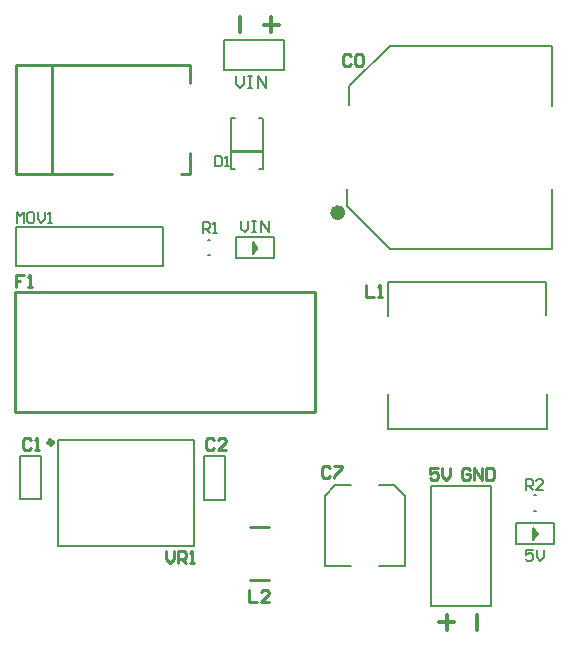
<source format=gto>
G04*
G04 #@! TF.GenerationSoftware,Altium Limited,Altium Designer,19.1.8 (144)*
G04*
G04 Layer_Color=65535*
%FSLAX25Y25*%
%MOIN*%
G70*
G01*
G75*
%ADD10C,0.02500*%
%ADD11C,0.01500*%
%ADD12C,0.00606*%
%ADD13C,0.00787*%
%ADD14C,0.00800*%
%ADD15C,0.00500*%
%ADD16C,0.00984*%
%ADD17C,0.01000*%
%ADD18C,0.01200*%
%ADD19C,0.00700*%
G36*
X75394Y163354D02*
Y162354D01*
X86109D01*
Y163354D01*
X75394D01*
D02*
G37*
D10*
X112200Y142400D02*
G03*
X112200Y142400I-1200J0D01*
G01*
D11*
X16003Y65768D02*
G03*
X16003Y65768I-700J0D01*
G01*
D12*
X114016Y144606D02*
Y150173D01*
X114764Y178173D02*
Y184488D01*
X128307Y198031D01*
X182516D01*
Y177890D02*
Y198031D01*
Y130315D02*
Y150173D01*
X128307Y130315D02*
X182516D01*
X114016Y144606D02*
X128307Y130315D01*
D13*
X180532Y108189D02*
Y119382D01*
X140134D02*
X149884D01*
X127839Y107882D02*
Y119382D01*
X137560D02*
X140134D01*
X127839Y70382D02*
Y81882D01*
Y119382D02*
X137560D01*
X127839Y70382D02*
X179134D01*
X149884Y119382D02*
X180532D01*
X73189Y189882D02*
Y199882D01*
X93189D01*
Y189882D02*
Y199882D01*
X73189Y189882D02*
X93189D01*
X106693Y24803D02*
X115354D01*
X106693D02*
X106693Y48031D01*
X110630Y51575D02*
X115354D01*
X124803D02*
X129528D01*
X133465Y24803D02*
Y48031D01*
X124803Y24803D02*
X133465Y24803D01*
X129528Y51575D02*
X129921D01*
X133465Y48031D01*
X110236Y51575D02*
X110630D01*
X106693Y48031D02*
X110236Y51575D01*
X176575Y43110D02*
X176969D01*
X176575Y48228D02*
X176969D01*
X67913Y128150D02*
X68307D01*
X67913Y133268D02*
X68307D01*
X142087Y11378D02*
Y51378D01*
Y11378D02*
X162087D01*
Y51378D01*
X142087D02*
X162087D01*
D14*
X180839Y70382D02*
Y81882D01*
X179134Y70382D02*
X180839D01*
X77189Y187881D02*
Y185215D01*
X78522Y183882D01*
X79855Y185215D01*
Y187881D01*
X81188D02*
X82521D01*
X81854D01*
Y183882D01*
X81188D01*
X82521D01*
X84520D02*
Y187881D01*
X87186Y183882D01*
Y187881D01*
X176088Y30077D02*
X173622D01*
Y28227D01*
X174855Y28844D01*
X175471D01*
X176088Y28227D01*
Y26994D01*
X175471Y26378D01*
X174239D01*
X173622Y26994D01*
X177321Y30077D02*
Y27611D01*
X178554Y26378D01*
X179787Y27611D01*
Y30077D01*
X78740Y139526D02*
Y137060D01*
X79973Y135827D01*
X81206Y137060D01*
Y139526D01*
X82439D02*
X83672D01*
X83055D01*
Y135827D01*
X82439D01*
X83672D01*
X85521D02*
Y139526D01*
X87987Y135827D01*
Y139526D01*
X4110Y139102D02*
Y142601D01*
X5277Y141435D01*
X6443Y142601D01*
Y139102D01*
X9358Y142601D02*
X8192D01*
X7609Y142018D01*
Y139685D01*
X8192Y139102D01*
X9358D01*
X9942Y139685D01*
Y142018D01*
X9358Y142601D01*
X11108D02*
Y140269D01*
X12274Y139102D01*
X13441Y140269D01*
Y142601D01*
X14607Y139102D02*
X15773D01*
X15190D01*
Y142601D01*
X14607Y142018D01*
D15*
X84709Y173819D02*
X85909D01*
X75590D02*
X76772D01*
X75590Y156854D02*
X76772D01*
X84709D02*
X85909D01*
X75394D02*
Y173799D01*
X86109Y156854D02*
Y173799D01*
X176065Y34433D02*
X176815D01*
X176065Y35433D02*
X176815Y34433D01*
X176065Y35433D02*
X177115Y34933D01*
X176065Y36433D02*
X177115Y34933D01*
X176065Y36433D02*
X177315Y35183D01*
X176065Y37433D02*
X177315Y35183D01*
X176065Y37433D02*
X177615Y35433D01*
X176815Y34433D02*
X177615Y35433D01*
X176065Y33433D02*
X176815Y34433D01*
X176065Y33433D02*
Y34433D01*
Y35433D01*
Y36433D01*
Y37433D01*
X170565Y38933D02*
X183115D01*
X170565Y31933D02*
Y38933D01*
Y31933D02*
X183115D01*
Y38933D01*
X82715Y129709D02*
X83465D01*
X82715Y130709D02*
X83465Y129709D01*
X82715Y130709D02*
X83765Y130209D01*
X82715Y131709D02*
X83765Y130209D01*
X82715Y131709D02*
X83965Y130459D01*
X82715Y132709D02*
X83965Y130459D01*
X82715Y132709D02*
X84265Y130709D01*
X83465Y129709D02*
X84265Y130709D01*
X82715Y128709D02*
X83465Y129709D01*
X82715Y128709D02*
Y129709D01*
Y130709D01*
Y131709D01*
Y132709D01*
X77215Y134209D02*
X89765D01*
X77215Y127209D02*
Y134209D01*
Y127209D02*
X89765D01*
Y134209D01*
X17756Y66732D02*
X63032D01*
Y31299D02*
Y66732D01*
X17756Y31299D02*
X63032D01*
X17756D02*
Y66732D01*
X66579Y61268D02*
X73579D01*
X66579Y46768D02*
X73579D01*
Y61268D01*
X66579Y46768D02*
Y61268D01*
X5000Y61400D02*
X12000D01*
X5000Y46900D02*
X12000D01*
Y61400D01*
X5000Y46900D02*
Y61400D01*
X52740Y124602D02*
Y137602D01*
X3740Y124602D02*
Y137602D01*
X52740D01*
X3740Y124602D02*
X52740D01*
D16*
X81890Y19842D02*
X88189D01*
X81890Y37638D02*
X88189D01*
D17*
X3937Y155315D02*
Y191732D01*
X61614D01*
X15748Y155315D02*
Y191732D01*
X3937Y155315D02*
X35630D01*
X58858D02*
X61614D01*
Y162401D01*
X61614Y185630D02*
Y191732D01*
X3457Y76063D02*
Y116063D01*
X103457Y76063D02*
Y116063D01*
X3457Y76063D02*
X103457D01*
X3457Y116063D02*
X103457D01*
X144463Y57273D02*
X141797D01*
Y55274D01*
X143130Y55940D01*
X143796D01*
X144463Y55274D01*
Y53941D01*
X143796Y53275D01*
X142463D01*
X141797Y53941D01*
X145796Y57273D02*
Y54607D01*
X147128Y53275D01*
X148461Y54607D01*
Y57273D01*
X155199Y56607D02*
X154532Y57273D01*
X153199D01*
X152533Y56607D01*
Y53941D01*
X153199Y53275D01*
X154532D01*
X155199Y53941D01*
Y55274D01*
X153866D01*
X156532Y53275D02*
Y57273D01*
X159197Y53275D01*
Y57273D01*
X160530D02*
Y53275D01*
X162530D01*
X163196Y53941D01*
Y56607D01*
X162530Y57273D01*
X160530D01*
X120339Y118381D02*
Y114382D01*
X123004D01*
X124337D02*
X125670D01*
X125004D01*
Y118381D01*
X124337Y117714D01*
X108571Y57269D02*
X107905Y57936D01*
X106572D01*
X105905Y57269D01*
Y54603D01*
X106572Y53937D01*
X107905D01*
X108571Y54603D01*
X109904Y57936D02*
X112570D01*
Y57269D01*
X109904Y54603D01*
Y53937D01*
X53937Y29589D02*
Y26923D01*
X55270Y25591D01*
X56603Y26923D01*
Y29589D01*
X57936Y25591D02*
Y29589D01*
X59935D01*
X60602Y28923D01*
Y27590D01*
X59935Y26923D01*
X57936D01*
X59269D02*
X60602Y25591D01*
X61934D02*
X63267D01*
X62601D01*
Y29589D01*
X61934Y28923D01*
X81496Y16597D02*
Y12598D01*
X84162D01*
X88161D02*
X85495D01*
X88161Y15264D01*
Y15931D01*
X87494Y16597D01*
X86161D01*
X85495Y15931D01*
X6430Y121715D02*
X3764D01*
Y119716D01*
X5097D01*
X3764D01*
Y117717D01*
X7762D02*
X9095D01*
X8429D01*
Y121715D01*
X7762Y121049D01*
X69744Y66600D02*
X69078Y67266D01*
X67745D01*
X67079Y66600D01*
Y63934D01*
X67745Y63268D01*
X69078D01*
X69744Y63934D01*
X73743Y63268D02*
X71077D01*
X73743Y65934D01*
Y66600D01*
X73077Y67266D01*
X71744D01*
X71077Y66600D01*
X8666Y66732D02*
X7999Y67399D01*
X6667D01*
X6000Y66732D01*
Y64066D01*
X6667Y63400D01*
X7999D01*
X8666Y64066D01*
X9999Y63400D02*
X11332D01*
X10665D01*
Y67399D01*
X9999Y66732D01*
X115591Y194506D02*
X114925Y195172D01*
X113592D01*
X112925Y194506D01*
Y191840D01*
X113592Y191173D01*
X114925D01*
X115591Y191840D01*
X116924Y194506D02*
X117590Y195172D01*
X118923D01*
X119590Y194506D01*
Y191840D01*
X118923Y191173D01*
X117590D01*
X116924Y191840D01*
Y194506D01*
D18*
X88940Y202582D02*
Y207580D01*
X86441Y205081D02*
X91439D01*
X78440Y202582D02*
Y207580D01*
X147335Y3378D02*
Y8376D01*
X149835Y5877D02*
X144836D01*
X157335Y3378D02*
Y8376D01*
D19*
X70079Y161373D02*
Y157874D01*
X71828D01*
X72411Y158457D01*
Y160790D01*
X71828Y161373D01*
X70079D01*
X73578Y157874D02*
X74744D01*
X74161D01*
Y161373D01*
X73578Y160790D01*
X173622Y50000D02*
Y53499D01*
X175372D01*
X175955Y52916D01*
Y51749D01*
X175372Y51166D01*
X173622D01*
X174788D02*
X175955Y50000D01*
X179454D02*
X177121D01*
X179454Y52333D01*
Y52916D01*
X178870Y53499D01*
X177704D01*
X177121Y52916D01*
X66000Y135800D02*
Y139299D01*
X67749D01*
X68333Y138716D01*
Y137549D01*
X67749Y136966D01*
X66000D01*
X67166D02*
X68333Y135800D01*
X69499D02*
X70665D01*
X70082D01*
Y139299D01*
X69499Y138716D01*
M02*

</source>
